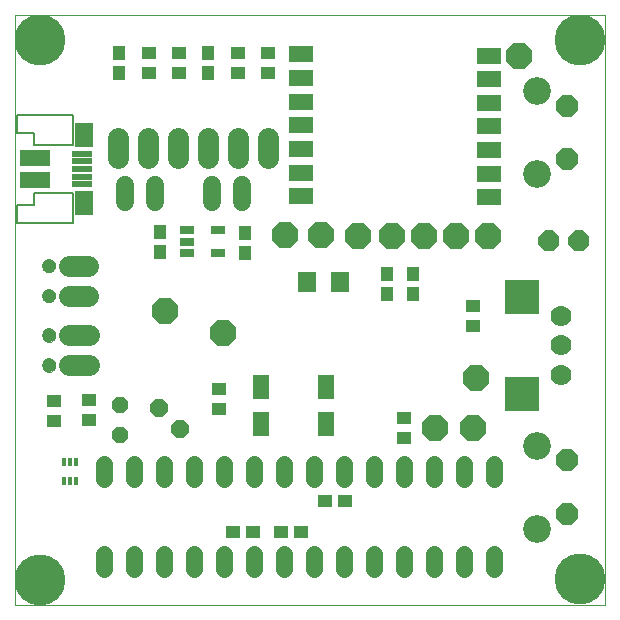
<source format=gbs>
G75*
%MOIN*%
%OFA0B0*%
%FSLAX24Y24*%
%IPPOS*%
%LPD*%
%AMOC8*
5,1,8,0,0,1.08239X$1,22.5*
%
%ADD10C,0.0000*%
%ADD11R,0.0591X0.0670*%
%ADD12R,0.0434X0.0473*%
%ADD13R,0.0473X0.0434*%
%ADD14OC8,0.0890*%
%ADD15R,0.0512X0.0257*%
%ADD16C,0.0560*%
%ADD17R,0.0552X0.0788*%
%ADD18R,0.0152X0.0316*%
%ADD19R,0.0713X0.0197*%
%ADD20R,0.0615X0.0827*%
%ADD21R,0.1024X0.0581*%
%ADD22C,0.0050*%
%ADD23C,0.0600*%
%ADD24OC8,0.0700*%
%ADD25OC8,0.0740*%
%ADD26C,0.0925*%
%ADD27C,0.0700*%
%ADD28R,0.1142X0.1142*%
%ADD29C,0.0700*%
%ADD30C,0.0690*%
%ADD31C,0.0473*%
%ADD32R,0.0827X0.0552*%
%ADD33OC8,0.0600*%
%ADD34OC8,0.0560*%
%ADD35C,0.1700*%
D10*
X000350Y000350D02*
X000350Y020035D01*
X020035Y020035D01*
X020035Y000350D01*
X000350Y000350D01*
X001267Y008344D02*
X001269Y008373D01*
X001275Y008401D01*
X001284Y008429D01*
X001297Y008455D01*
X001314Y008478D01*
X001333Y008500D01*
X001355Y008519D01*
X001380Y008534D01*
X001406Y008547D01*
X001434Y008555D01*
X001462Y008560D01*
X001491Y008561D01*
X001520Y008558D01*
X001548Y008551D01*
X001575Y008541D01*
X001601Y008527D01*
X001624Y008510D01*
X001645Y008490D01*
X001663Y008467D01*
X001678Y008442D01*
X001689Y008415D01*
X001697Y008387D01*
X001701Y008358D01*
X001701Y008330D01*
X001697Y008301D01*
X001689Y008273D01*
X001678Y008246D01*
X001663Y008221D01*
X001645Y008198D01*
X001624Y008178D01*
X001601Y008161D01*
X001575Y008147D01*
X001548Y008137D01*
X001520Y008130D01*
X001491Y008127D01*
X001462Y008128D01*
X001434Y008133D01*
X001406Y008141D01*
X001380Y008154D01*
X001355Y008169D01*
X001333Y008188D01*
X001314Y008210D01*
X001297Y008233D01*
X001284Y008259D01*
X001275Y008287D01*
X001269Y008315D01*
X001267Y008344D01*
X001267Y009344D02*
X001269Y009373D01*
X001275Y009401D01*
X001284Y009429D01*
X001297Y009455D01*
X001314Y009478D01*
X001333Y009500D01*
X001355Y009519D01*
X001380Y009534D01*
X001406Y009547D01*
X001434Y009555D01*
X001462Y009560D01*
X001491Y009561D01*
X001520Y009558D01*
X001548Y009551D01*
X001575Y009541D01*
X001601Y009527D01*
X001624Y009510D01*
X001645Y009490D01*
X001663Y009467D01*
X001678Y009442D01*
X001689Y009415D01*
X001697Y009387D01*
X001701Y009358D01*
X001701Y009330D01*
X001697Y009301D01*
X001689Y009273D01*
X001678Y009246D01*
X001663Y009221D01*
X001645Y009198D01*
X001624Y009178D01*
X001601Y009161D01*
X001575Y009147D01*
X001548Y009137D01*
X001520Y009130D01*
X001491Y009127D01*
X001462Y009128D01*
X001434Y009133D01*
X001406Y009141D01*
X001380Y009154D01*
X001355Y009169D01*
X001333Y009188D01*
X001314Y009210D01*
X001297Y009233D01*
X001284Y009259D01*
X001275Y009287D01*
X001269Y009315D01*
X001267Y009344D01*
X001259Y010670D02*
X001261Y010699D01*
X001267Y010727D01*
X001276Y010755D01*
X001289Y010781D01*
X001306Y010804D01*
X001325Y010826D01*
X001347Y010845D01*
X001372Y010860D01*
X001398Y010873D01*
X001426Y010881D01*
X001454Y010886D01*
X001483Y010887D01*
X001512Y010884D01*
X001540Y010877D01*
X001567Y010867D01*
X001593Y010853D01*
X001616Y010836D01*
X001637Y010816D01*
X001655Y010793D01*
X001670Y010768D01*
X001681Y010741D01*
X001689Y010713D01*
X001693Y010684D01*
X001693Y010656D01*
X001689Y010627D01*
X001681Y010599D01*
X001670Y010572D01*
X001655Y010547D01*
X001637Y010524D01*
X001616Y010504D01*
X001593Y010487D01*
X001567Y010473D01*
X001540Y010463D01*
X001512Y010456D01*
X001483Y010453D01*
X001454Y010454D01*
X001426Y010459D01*
X001398Y010467D01*
X001372Y010480D01*
X001347Y010495D01*
X001325Y010514D01*
X001306Y010536D01*
X001289Y010559D01*
X001276Y010585D01*
X001267Y010613D01*
X001261Y010641D01*
X001259Y010670D01*
X001259Y011670D02*
X001261Y011699D01*
X001267Y011727D01*
X001276Y011755D01*
X001289Y011781D01*
X001306Y011804D01*
X001325Y011826D01*
X001347Y011845D01*
X001372Y011860D01*
X001398Y011873D01*
X001426Y011881D01*
X001454Y011886D01*
X001483Y011887D01*
X001512Y011884D01*
X001540Y011877D01*
X001567Y011867D01*
X001593Y011853D01*
X001616Y011836D01*
X001637Y011816D01*
X001655Y011793D01*
X001670Y011768D01*
X001681Y011741D01*
X001689Y011713D01*
X001693Y011684D01*
X001693Y011656D01*
X001689Y011627D01*
X001681Y011599D01*
X001670Y011572D01*
X001655Y011547D01*
X001637Y011524D01*
X001616Y011504D01*
X001593Y011487D01*
X001567Y011473D01*
X001540Y011463D01*
X001512Y011456D01*
X001483Y011453D01*
X001454Y011454D01*
X001426Y011459D01*
X001398Y011467D01*
X001372Y011480D01*
X001347Y011495D01*
X001325Y011514D01*
X001306Y011536D01*
X001289Y011559D01*
X001276Y011585D01*
X001267Y011613D01*
X001261Y011641D01*
X001259Y011670D01*
D11*
X010094Y011135D03*
X011197Y011135D03*
D12*
X012755Y011381D03*
X012755Y010712D03*
X013618Y010708D03*
X013618Y011377D03*
X008032Y012093D03*
X008032Y012762D03*
X005179Y012786D03*
X005179Y012117D03*
X003814Y018089D03*
X003814Y018758D03*
X006789Y018758D03*
X006789Y018089D03*
D13*
X007787Y018089D03*
X007787Y018758D03*
X008807Y018758D03*
X008807Y018089D03*
X005812Y018089D03*
X005812Y018758D03*
X004812Y018758D03*
X004812Y018089D03*
X015613Y010319D03*
X015613Y009650D03*
X013327Y006585D03*
X013327Y005916D03*
X011372Y003824D03*
X010703Y003824D03*
X009905Y002795D03*
X009236Y002795D03*
X008277Y002805D03*
X007608Y002805D03*
X002812Y006508D03*
X001669Y006501D03*
X001669Y007170D03*
X002812Y007177D03*
X007156Y006893D03*
X007156Y007562D03*
D14*
X007280Y009422D03*
X005350Y010143D03*
X009367Y012677D03*
X010565Y012684D03*
X011781Y012670D03*
X012939Y012664D03*
X014000Y012659D03*
X015063Y012654D03*
X016128Y012653D03*
X015714Y007923D03*
X015630Y006269D03*
X014371Y006258D03*
X017168Y018666D03*
D15*
X007119Y012844D03*
X006095Y012844D03*
X006095Y012470D03*
X006095Y012096D03*
X007119Y012096D03*
D16*
X007317Y005065D02*
X007317Y004545D01*
X006317Y004545D02*
X006317Y005065D01*
X005317Y005065D02*
X005317Y004545D01*
X004317Y004545D02*
X004317Y005065D01*
X003317Y005065D02*
X003317Y004545D01*
X003317Y002065D02*
X003317Y001545D01*
X004317Y001545D02*
X004317Y002065D01*
X005317Y002065D02*
X005317Y001545D01*
X006317Y001545D02*
X006317Y002065D01*
X007317Y002065D02*
X007317Y001545D01*
X008317Y001545D02*
X008317Y002065D01*
X009317Y002065D02*
X009317Y001545D01*
X010317Y001545D02*
X010317Y002065D01*
X011317Y002065D02*
X011317Y001545D01*
X012317Y001545D02*
X012317Y002065D01*
X013317Y002065D02*
X013317Y001545D01*
X014317Y001545D02*
X014317Y002065D01*
X015317Y002065D02*
X015317Y001545D01*
X016317Y001545D02*
X016317Y002065D01*
X016317Y004545D02*
X016317Y005065D01*
X015317Y005065D02*
X015317Y004545D01*
X014317Y004545D02*
X014317Y005065D01*
X013317Y005065D02*
X013317Y004545D01*
X012317Y004545D02*
X012317Y005065D01*
X011317Y005065D02*
X011317Y004545D01*
X010317Y004545D02*
X010317Y005065D01*
X009317Y005065D02*
X009317Y004545D01*
X008317Y004545D02*
X008317Y005065D01*
D17*
X008549Y006375D03*
X008549Y007635D03*
X010714Y007635D03*
X010714Y006375D03*
D18*
X002401Y005134D03*
X002204Y005134D03*
X002007Y005134D03*
X002007Y004484D03*
X002204Y004484D03*
X002401Y004484D03*
D19*
X002598Y014382D03*
X002598Y014638D03*
X002598Y014894D03*
X002598Y015150D03*
X002598Y015406D03*
D20*
X002649Y016036D03*
X002649Y013752D03*
D21*
X001011Y014525D03*
X001011Y015263D03*
D22*
X000980Y015675D02*
X002287Y015675D01*
X002287Y016688D01*
X001267Y016688D01*
X001271Y016688D01*
X000440Y016688D01*
X000437Y016104D01*
X000980Y016104D01*
X000980Y015675D01*
X000980Y014107D02*
X002287Y014107D01*
X002287Y013093D01*
X001267Y013093D01*
X001267Y013092D01*
X000437Y013092D01*
X000437Y013677D01*
X000980Y013677D01*
X000980Y014107D01*
D23*
X004021Y014350D02*
X004021Y013790D01*
X005021Y013790D02*
X005021Y014350D01*
X006916Y014343D02*
X006916Y013783D01*
X007916Y013783D02*
X007916Y014343D01*
D24*
X018157Y012502D03*
X019157Y012502D03*
D25*
X018753Y015208D03*
X018753Y016988D03*
X018753Y005177D03*
X018753Y003397D03*
D26*
X017773Y002907D03*
X017773Y005667D03*
X017773Y014718D03*
X017773Y017478D03*
D27*
X018568Y009996D03*
X018568Y009011D03*
X018568Y008027D03*
D28*
X017268Y007397D03*
X017268Y010626D03*
D29*
X008804Y015259D02*
X008804Y015919D01*
X007804Y015919D02*
X007804Y015259D01*
X006804Y015259D02*
X006804Y015919D01*
X005804Y015919D02*
X005804Y015259D01*
X004804Y015259D02*
X004804Y015919D01*
X003804Y015919D02*
X003804Y015259D01*
D30*
X002801Y011670D02*
X002151Y011670D01*
X002151Y010670D02*
X002801Y010670D01*
X002809Y009344D02*
X002160Y009344D01*
X002160Y008344D02*
X002809Y008344D01*
D31*
X001484Y008344D03*
X001484Y009344D03*
X001476Y010670D03*
X001476Y011670D03*
D32*
X009895Y013987D03*
X009895Y014774D03*
X009895Y015561D03*
X009895Y016349D03*
X009895Y017136D03*
X009895Y017924D03*
X009895Y018711D03*
X016145Y018674D03*
X016145Y017886D03*
X016145Y017099D03*
X016145Y016311D03*
X016145Y015524D03*
X016145Y014737D03*
X016145Y013949D03*
D33*
X005153Y006930D03*
X005853Y006230D03*
D34*
X003849Y006030D03*
X003849Y007030D03*
D35*
X001200Y001200D03*
X019179Y001212D03*
X019182Y019177D03*
X001201Y019175D03*
M02*

</source>
